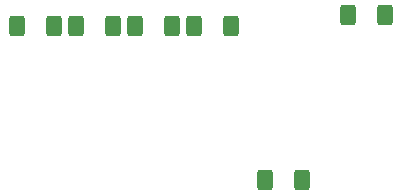
<source format=gbr>
%TF.GenerationSoftware,KiCad,Pcbnew,(6.0.6-0)*%
%TF.CreationDate,2022-07-16T17:32:28+08:00*%
%TF.ProjectId,__,8cc82e6b-6963-4616-945f-706362585858,rev?*%
%TF.SameCoordinates,Original*%
%TF.FileFunction,Paste,Bot*%
%TF.FilePolarity,Positive*%
%FSLAX46Y46*%
G04 Gerber Fmt 4.6, Leading zero omitted, Abs format (unit mm)*
G04 Created by KiCad (PCBNEW (6.0.6-0)) date 2022-07-16 17:32:28*
%MOMM*%
%LPD*%
G01*
G04 APERTURE LIST*
G04 Aperture macros list*
%AMRoundRect*
0 Rectangle with rounded corners*
0 $1 Rounding radius*
0 $2 $3 $4 $5 $6 $7 $8 $9 X,Y pos of 4 corners*
0 Add a 4 corners polygon primitive as box body*
4,1,4,$2,$3,$4,$5,$6,$7,$8,$9,$2,$3,0*
0 Add four circle primitives for the rounded corners*
1,1,$1+$1,$2,$3*
1,1,$1+$1,$4,$5*
1,1,$1+$1,$6,$7*
1,1,$1+$1,$8,$9*
0 Add four rect primitives between the rounded corners*
20,1,$1+$1,$2,$3,$4,$5,0*
20,1,$1+$1,$4,$5,$6,$7,0*
20,1,$1+$1,$6,$7,$8,$9,0*
20,1,$1+$1,$8,$9,$2,$3,0*%
G04 Aperture macros list end*
%ADD10RoundRect,0.250000X-0.400000X-0.625000X0.400000X-0.625000X0.400000X0.625000X-0.400000X0.625000X0*%
%ADD11RoundRect,0.250000X0.400000X0.625000X-0.400000X0.625000X-0.400000X-0.625000X0.400000X-0.625000X0*%
G04 APERTURE END LIST*
D10*
%TO.C,R2*%
X94450000Y-70000000D03*
X97550000Y-70000000D03*
%TD*%
%TO.C,R3*%
X89450000Y-70000000D03*
X92550000Y-70000000D03*
%TD*%
D11*
%TO.C,R1*%
X110550000Y-69000000D03*
X107450000Y-69000000D03*
%TD*%
%TO.C,R6*%
X103550000Y-83000000D03*
X100450000Y-83000000D03*
%TD*%
D10*
%TO.C,R4*%
X84450000Y-70000000D03*
X87550000Y-70000000D03*
%TD*%
%TO.C,R5*%
X79450000Y-70000000D03*
X82550000Y-70000000D03*
%TD*%
M02*

</source>
